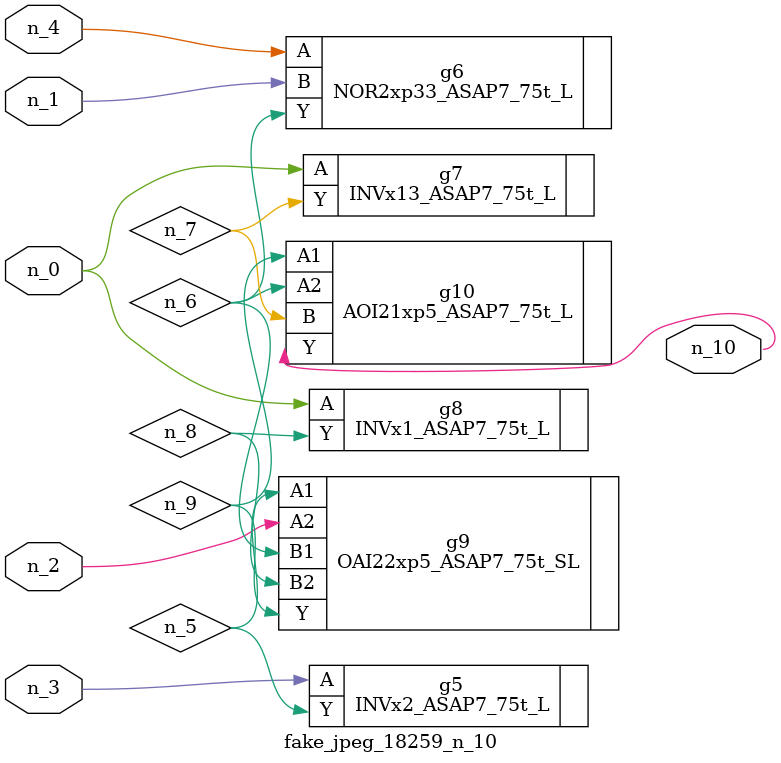
<source format=v>
module fake_jpeg_18259_n_10 (n_3, n_2, n_1, n_0, n_4, n_10);

input n_3;
input n_2;
input n_1;
input n_0;
input n_4;

output n_10;

wire n_8;
wire n_9;
wire n_6;
wire n_5;
wire n_7;

INVx2_ASAP7_75t_L g5 ( 
.A(n_3),
.Y(n_5)
);

NOR2xp33_ASAP7_75t_L g6 ( 
.A(n_4),
.B(n_1),
.Y(n_6)
);

INVx13_ASAP7_75t_L g7 ( 
.A(n_0),
.Y(n_7)
);

INVx1_ASAP7_75t_L g8 ( 
.A(n_0),
.Y(n_8)
);

OAI22xp5_ASAP7_75t_SL g9 ( 
.A1(n_5),
.A2(n_2),
.B1(n_6),
.B2(n_8),
.Y(n_9)
);

AOI21xp5_ASAP7_75t_L g10 ( 
.A1(n_9),
.A2(n_6),
.B(n_7),
.Y(n_10)
);


endmodule
</source>
